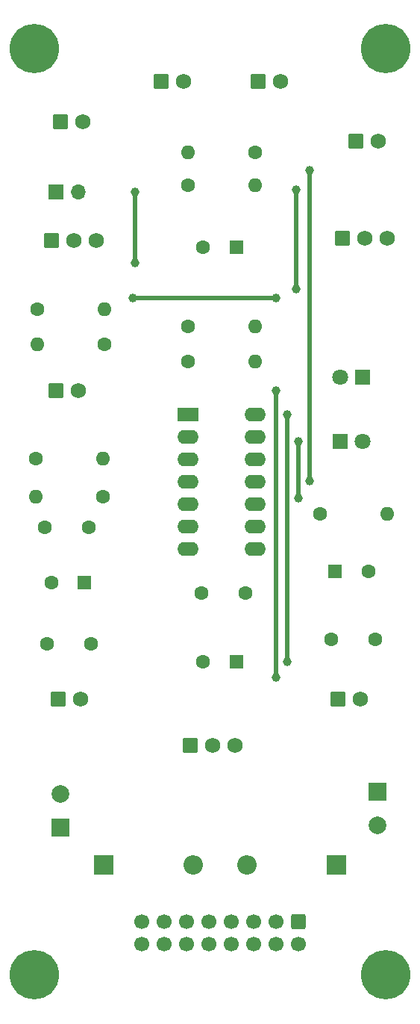
<source format=gbr>
%TF.GenerationSoftware,KiCad,Pcbnew,(6.0.7)*%
%TF.CreationDate,2023-01-26T16:05:42-05:00*%
%TF.ProjectId,PREAMP,50524541-4d50-42e6-9b69-6361645f7063,rev?*%
%TF.SameCoordinates,Original*%
%TF.FileFunction,Copper,L1,Top*%
%TF.FilePolarity,Positive*%
%FSLAX46Y46*%
G04 Gerber Fmt 4.6, Leading zero omitted, Abs format (unit mm)*
G04 Created by KiCad (PCBNEW (6.0.7)) date 2023-01-26 16:05:42*
%MOMM*%
%LPD*%
G01*
G04 APERTURE LIST*
G04 Aperture macros list*
%AMRoundRect*
0 Rectangle with rounded corners*
0 $1 Rounding radius*
0 $2 $3 $4 $5 $6 $7 $8 $9 X,Y pos of 4 corners*
0 Add a 4 corners polygon primitive as box body*
4,1,4,$2,$3,$4,$5,$6,$7,$8,$9,$2,$3,0*
0 Add four circle primitives for the rounded corners*
1,1,$1+$1,$2,$3*
1,1,$1+$1,$4,$5*
1,1,$1+$1,$6,$7*
1,1,$1+$1,$8,$9*
0 Add four rect primitives between the rounded corners*
20,1,$1+$1,$2,$3,$4,$5,0*
20,1,$1+$1,$4,$5,$6,$7,0*
20,1,$1+$1,$6,$7,$8,$9,0*
20,1,$1+$1,$8,$9,$2,$3,0*%
G04 Aperture macros list end*
%TA.AperFunction,ComponentPad*%
%ADD10C,1.600000*%
%TD*%
%TA.AperFunction,ComponentPad*%
%ADD11O,1.600000X1.600000*%
%TD*%
%TA.AperFunction,ComponentPad*%
%ADD12RoundRect,0.250000X-0.620000X-0.620000X0.620000X-0.620000X0.620000X0.620000X-0.620000X0.620000X0*%
%TD*%
%TA.AperFunction,ComponentPad*%
%ADD13C,1.740000*%
%TD*%
%TA.AperFunction,ComponentPad*%
%ADD14R,1.600000X1.600000*%
%TD*%
%TA.AperFunction,ComponentPad*%
%ADD15C,5.600000*%
%TD*%
%TA.AperFunction,ComponentPad*%
%ADD16R,1.700000X1.700000*%
%TD*%
%TA.AperFunction,ComponentPad*%
%ADD17O,1.700000X1.700000*%
%TD*%
%TA.AperFunction,ComponentPad*%
%ADD18RoundRect,0.250000X-0.600000X0.600000X-0.600000X-0.600000X0.600000X-0.600000X0.600000X0.600000X0*%
%TD*%
%TA.AperFunction,ComponentPad*%
%ADD19C,1.700000*%
%TD*%
%TA.AperFunction,ComponentPad*%
%ADD20R,2.200000X2.200000*%
%TD*%
%TA.AperFunction,ComponentPad*%
%ADD21O,2.200000X2.200000*%
%TD*%
%TA.AperFunction,ComponentPad*%
%ADD22R,1.800000X1.800000*%
%TD*%
%TA.AperFunction,ComponentPad*%
%ADD23C,1.800000*%
%TD*%
%TA.AperFunction,ComponentPad*%
%ADD24R,2.000000X2.000000*%
%TD*%
%TA.AperFunction,ComponentPad*%
%ADD25C,2.000000*%
%TD*%
%TA.AperFunction,ComponentPad*%
%ADD26R,2.400000X1.600000*%
%TD*%
%TA.AperFunction,ComponentPad*%
%ADD27O,2.400000X1.600000*%
%TD*%
%TA.AperFunction,ViaPad*%
%ADD28C,1.000000*%
%TD*%
%TA.AperFunction,Conductor*%
%ADD29C,0.500000*%
%TD*%
G04 APERTURE END LIST*
D10*
%TO.P,R11,1*%
%TO.N,Net-(C4-Pad2)*%
X122500000Y-59000000D03*
D11*
%TO.P,R11,2*%
%TO.N,Earth*%
X130120000Y-59000000D03*
%TD*%
D10*
%TO.P,R5,1*%
%TO.N,Earth*%
X130060000Y-55250000D03*
D11*
%TO.P,R5,2*%
%TO.N,Net-(J8-Pad2)*%
X122440000Y-55250000D03*
%TD*%
D12*
%TO.P,J8,1,Pin_1*%
%TO.N,Net-(C9-Pad1)*%
X107980000Y-51750000D03*
D13*
%TO.P,J8,2,Pin_2*%
%TO.N,Net-(J8-Pad2)*%
X110520000Y-51750000D03*
%TD*%
D10*
%TO.P,C5,2*%
%TO.N,Net-(C5-Pad2)*%
X124200000Y-66000000D03*
D14*
%TO.P,C5,1*%
%TO.N,Net-(C5-Pad1)*%
X128000000Y-66000000D03*
%TD*%
D15*
%TO.P,H4,1*%
%TO.N,N/C*%
X144920000Y-148500000D03*
%TD*%
%TO.P,H3,1*%
%TO.N,N/C*%
X105080000Y-148500000D03*
%TD*%
%TO.P,H2,1*%
%TO.N,N/C*%
X144920000Y-43500000D03*
%TD*%
%TO.P,H1,1*%
%TO.N,N/C*%
X105080000Y-43500000D03*
%TD*%
D12*
%TO.P,S1,1,Pin_1*%
%TO.N,Net-(C2-Pad1)*%
X141500000Y-54000000D03*
D13*
%TO.P,S1,2,Pin_2*%
%TO.N,Net-(D1-Pad1)*%
X144040000Y-54000000D03*
%TD*%
D10*
%TO.P,R10,1*%
%TO.N,Net-(C2-Pad2)*%
X137440000Y-96250000D03*
D11*
%TO.P,R10,2*%
%TO.N,Net-(C2-Pad1)*%
X145060000Y-96250000D03*
%TD*%
D10*
%TO.P,R9,1*%
%TO.N,Net-(C1-Pad2)*%
X113000000Y-77000000D03*
D11*
%TO.P,R9,2*%
%TO.N,Earth*%
X105380000Y-77000000D03*
%TD*%
D10*
%TO.P,R8,1*%
%TO.N,Net-(C4-Pad1)*%
X112810000Y-94250000D03*
D11*
%TO.P,R8,2*%
%TO.N,Earth*%
X105190000Y-94250000D03*
%TD*%
D12*
%TO.P,R7,1,Pin_1*%
%TO.N,Earth*%
X140000000Y-65000000D03*
D13*
%TO.P,R7,2,Pin_2*%
%TO.N,Net-(R3-Pad2)*%
X142540000Y-65000000D03*
%TO.P,R7,3,Pin_3*%
%TO.N,Net-(C6-Pad2)*%
X145080000Y-65000000D03*
%TD*%
D12*
%TO.P,R6,1,Pin_1*%
%TO.N,Earth*%
X107000000Y-65250000D03*
D13*
%TO.P,R6,2,Pin_2*%
%TO.N,Net-(R2-Pad1)*%
X109540000Y-65250000D03*
%TO.P,R6,3,Pin_3*%
%TO.N,Net-(C5-Pad2)*%
X112080000Y-65250000D03*
%TD*%
D10*
%TO.P,R4,1*%
%TO.N,Net-(R3-Pad1)*%
X122440000Y-79000000D03*
D11*
%TO.P,R4,2*%
%TO.N,Net-(C7-Pad1)*%
X130060000Y-79000000D03*
%TD*%
D10*
%TO.P,R3,1*%
%TO.N,Net-(R3-Pad1)*%
X122440000Y-75000000D03*
D11*
%TO.P,R3,2*%
%TO.N,Net-(R3-Pad2)*%
X130060000Y-75000000D03*
%TD*%
D10*
%TO.P,R2,1*%
%TO.N,Net-(R2-Pad1)*%
X105380000Y-73000000D03*
D11*
%TO.P,R2,2*%
%TO.N,Net-(C2-Pad2)*%
X113000000Y-73000000D03*
%TD*%
D10*
%TO.P,R1,1*%
%TO.N,Net-(R1-Pad1)*%
X105190000Y-90000000D03*
D11*
%TO.P,R1,2*%
%TO.N,Net-(C5-Pad1)*%
X112810000Y-90000000D03*
%TD*%
D16*
%TO.P,JP1,1,A*%
%TO.N,Net-(C4-Pad2)*%
X107460000Y-59750000D03*
D17*
%TO.P,JP1,2,B*%
%TO.N,Net-(R3-Pad2)*%
X110000000Y-59750000D03*
%TD*%
D12*
%TO.P,J7,1,Pin_1*%
%TO.N,Earth*%
X122710000Y-122500000D03*
D13*
%TO.P,J7,2,Pin_2*%
%TO.N,Net-(R3-Pad2)*%
X125250000Y-122500000D03*
%TO.P,J7,3,Pin_3*%
%TO.N,Net-(C7-Pad2)*%
X127790000Y-122500000D03*
%TD*%
D12*
%TO.P,J6,1,Pin_1*%
%TO.N,Net-(R3-Pad2)*%
X139500000Y-117250000D03*
D13*
%TO.P,J6,2,Pin_2*%
%TO.N,Earth*%
X142040000Y-117250000D03*
%TD*%
D12*
%TO.P,J5,1,Pin_1*%
%TO.N,Net-(C8-Pad2)*%
X130480000Y-47250000D03*
D13*
%TO.P,J5,2,Pin_2*%
%TO.N,Earth*%
X133020000Y-47250000D03*
%TD*%
D12*
%TO.P,J4,1,Pin_1*%
%TO.N,Earth*%
X107480000Y-82250000D03*
D13*
%TO.P,J4,2,Pin_2*%
%TO.N,Net-(R1-Pad1)*%
X110020000Y-82250000D03*
%TD*%
D18*
%TO.P,J3,1,Pin_1*%
%TO.N,-12V*%
X135000000Y-142460000D03*
D19*
%TO.P,J3,2,Pin_2*%
X135000000Y-145000000D03*
%TO.P,J3,3,Pin_3*%
%TO.N,Earth*%
X132460000Y-142460000D03*
%TO.P,J3,4,Pin_4*%
X132460000Y-145000000D03*
%TO.P,J3,5,Pin_5*%
X129920000Y-142460000D03*
%TO.P,J3,6,Pin_6*%
X129920000Y-145000000D03*
%TO.P,J3,7,Pin_7*%
X127380000Y-142460000D03*
%TO.P,J3,8,Pin_8*%
X127380000Y-145000000D03*
%TO.P,J3,9,Pin_9*%
%TO.N,+12V*%
X124840000Y-142460000D03*
%TO.P,J3,10,Pin_10*%
X124840000Y-145000000D03*
%TO.P,J3,11,Pin_11*%
%TO.N,+5V*%
X122300000Y-142460000D03*
%TO.P,J3,12,Pin_12*%
X122300000Y-145000000D03*
%TO.P,J3,13,Pin_13*%
%TO.N,CV*%
X119760000Y-142460000D03*
%TO.P,J3,14,Pin_14*%
X119760000Y-145000000D03*
%TO.P,J3,15,Pin_15*%
%TO.N,GATE*%
X117220000Y-142460000D03*
%TO.P,J3,16,Pin_16*%
X117220000Y-145000000D03*
%TD*%
D12*
%TO.P,J2,1,Pin_1*%
%TO.N,Net-(C4-Pad2)*%
X119460000Y-47250000D03*
D13*
%TO.P,J2,2,Pin_2*%
%TO.N,Earth*%
X122000000Y-47250000D03*
%TD*%
D12*
%TO.P,J1,1,Pin_1*%
%TO.N,Net-(C3-Pad1)*%
X107730000Y-117250000D03*
D13*
%TO.P,J1,2,Pin_2*%
%TO.N,Earth*%
X110270000Y-117250000D03*
%TD*%
D20*
%TO.P,D4,1,K*%
%TO.N,-12V*%
X139330000Y-136000000D03*
D21*
%TO.P,D4,2,A*%
%TO.N,Net-(C10-Pad2)*%
X129170000Y-136000000D03*
%TD*%
D20*
%TO.P,D3,1,K*%
%TO.N,Net-(C9-Pad1)*%
X112920000Y-136000000D03*
D21*
%TO.P,D3,2,A*%
%TO.N,+12V*%
X123080000Y-136000000D03*
%TD*%
D22*
%TO.P,D2,1,K*%
%TO.N,Net-(C2-Pad2)*%
X139725000Y-88000000D03*
D23*
%TO.P,D2,2,A*%
%TO.N,Net-(D1-Pad1)*%
X142265000Y-88000000D03*
%TD*%
D22*
%TO.P,D1,1,K*%
%TO.N,Net-(D1-Pad1)*%
X142250000Y-80750000D03*
D23*
%TO.P,D1,2,A*%
%TO.N,Net-(C2-Pad2)*%
X139710000Y-80750000D03*
%TD*%
D24*
%TO.P,C10,1*%
%TO.N,Earth*%
X144000000Y-127732323D03*
D25*
%TO.P,C10,2*%
%TO.N,Net-(C10-Pad2)*%
X144000000Y-131532323D03*
%TD*%
D24*
%TO.P,C9,1*%
%TO.N,Net-(C9-Pad1)*%
X108000000Y-131767677D03*
D25*
%TO.P,C9,2*%
%TO.N,Earth*%
X108000000Y-127967677D03*
%TD*%
D14*
%TO.P,C8,1*%
%TO.N,Net-(C8-Pad1)*%
X110750000Y-104000000D03*
D10*
%TO.P,C8,2*%
%TO.N,Net-(C8-Pad2)*%
X106950000Y-104000000D03*
%TD*%
%TO.P,C7,2*%
%TO.N,Net-(C7-Pad2)*%
X124200000Y-113000000D03*
D14*
%TO.P,C7,1*%
%TO.N,Net-(C7-Pad1)*%
X128000000Y-113000000D03*
%TD*%
%TO.P,C6,1*%
%TO.N,Net-(C2-Pad1)*%
X139197349Y-102750000D03*
D10*
%TO.P,C6,2*%
%TO.N,Net-(C6-Pad2)*%
X142997349Y-102750000D03*
%TD*%
%TO.P,C4,1*%
%TO.N,Net-(C4-Pad1)*%
X111250000Y-97750000D03*
%TO.P,C4,2*%
%TO.N,Net-(C4-Pad2)*%
X106250000Y-97750000D03*
%TD*%
%TO.P,C3,1*%
%TO.N,Net-(C3-Pad1)*%
X106500000Y-111000000D03*
%TO.P,C3,2*%
%TO.N,Net-(C1-Pad2)*%
X111500000Y-111000000D03*
%TD*%
%TO.P,C2,1*%
%TO.N,Net-(C2-Pad1)*%
X129000000Y-105250000D03*
%TO.P,C2,2*%
%TO.N,Net-(C2-Pad2)*%
X124000000Y-105250000D03*
%TD*%
%TO.P,C1,1*%
%TO.N,Earth*%
X143750000Y-110500000D03*
%TO.P,C1,2*%
%TO.N,Net-(C1-Pad2)*%
X138750000Y-110500000D03*
%TD*%
D26*
%TO.P,U1,1*%
%TO.N,Net-(C5-Pad1)*%
X122500000Y-85000000D03*
D27*
%TO.P,U1,2,-*%
X122500000Y-87540000D03*
%TO.P,U1,3,+*%
%TO.N,Net-(C1-Pad2)*%
X122500000Y-90080000D03*
%TO.P,U1,4,V+*%
%TO.N,Net-(C9-Pad1)*%
X122500000Y-92620000D03*
%TO.P,U1,5,+*%
%TO.N,Net-(C4-Pad1)*%
X122500000Y-95160000D03*
%TO.P,U1,6,-*%
%TO.N,Net-(C8-Pad1)*%
X122500000Y-97700000D03*
%TO.P,U1,7*%
X122500000Y-100240000D03*
%TO.P,U1,8*%
%TO.N,Net-(C2-Pad1)*%
X130120000Y-100240000D03*
%TO.P,U1,9,-*%
%TO.N,Net-(C2-Pad2)*%
X130120000Y-97700000D03*
%TO.P,U1,10,+*%
%TO.N,Earth*%
X130120000Y-95160000D03*
%TO.P,U1,11,V-*%
%TO.N,Net-(C10-Pad2)*%
X130120000Y-92620000D03*
%TO.P,U1,12,+*%
%TO.N,Earth*%
X130120000Y-90080000D03*
%TO.P,U1,13,-*%
%TO.N,Net-(R3-Pad1)*%
X130120000Y-87540000D03*
%TO.P,U1,14*%
%TO.N,Net-(C7-Pad1)*%
X130120000Y-85000000D03*
%TD*%
D28*
%TO.N,Net-(D1-Pad1)*%
X134750000Y-59500000D03*
X134750000Y-70750000D03*
%TO.N,Net-(C2-Pad1)*%
X136250000Y-57250000D03*
X136250000Y-92500000D03*
%TO.N,Net-(C2-Pad2)*%
X132500000Y-71750000D03*
X116250000Y-71750000D03*
%TO.N,Net-(R3-Pad2)*%
X132500000Y-82250000D03*
X132500000Y-114750000D03*
%TO.N,Net-(C7-Pad1)*%
X133750000Y-85000000D03*
X133750000Y-113000000D03*
%TO.N,Net-(C8-Pad2)*%
X116500000Y-59750000D03*
X116500000Y-67750000D03*
%TO.N,Net-(C2-Pad2)*%
X135000000Y-88000000D03*
X135000000Y-94500000D03*
%TD*%
D29*
%TO.N,Net-(D1-Pad1)*%
X134750000Y-59500000D02*
X134750000Y-70750000D01*
%TO.N,Net-(C2-Pad1)*%
X136250000Y-57250000D02*
X136250000Y-92500000D01*
%TO.N,Net-(C2-Pad2)*%
X116250000Y-71750000D02*
X132500000Y-71750000D01*
%TO.N,Net-(R3-Pad2)*%
X132500000Y-114750000D02*
X132500000Y-82250000D01*
%TO.N,Net-(C7-Pad1)*%
X133750000Y-113000000D02*
X133750000Y-85000000D01*
%TO.N,Net-(C8-Pad2)*%
X116500000Y-67750000D02*
X116500000Y-59750000D01*
%TO.N,Net-(C2-Pad2)*%
X135000000Y-94500000D02*
X135000000Y-88000000D01*
%TD*%
M02*

</source>
